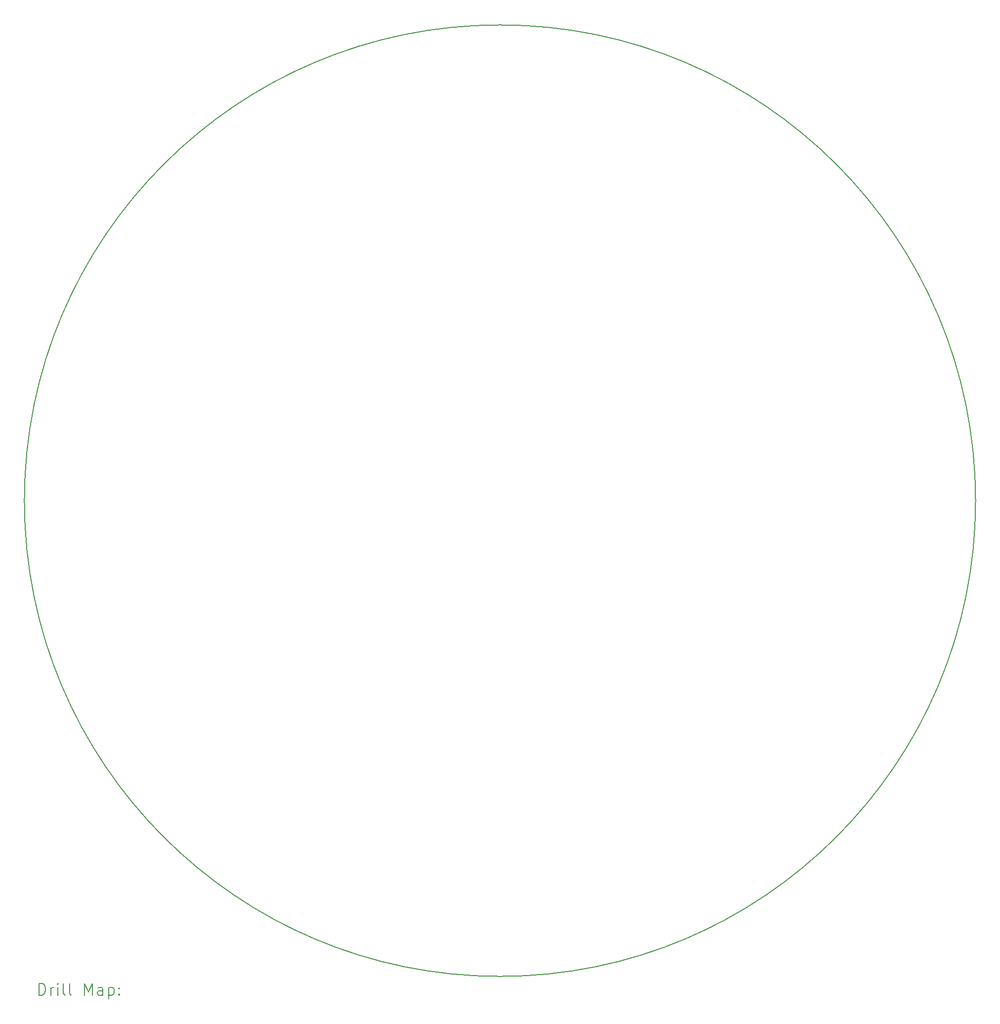
<source format=gbr>
%TF.GenerationSoftware,KiCad,Pcbnew,7.0.9-rc1*%
%TF.CreationDate,2023-11-05T19:21:23+02:00*%
%TF.ProjectId,projectA,70726f6a-6563-4744-912e-6b696361645f,rev?*%
%TF.SameCoordinates,PX5e5c173PY6474d3b*%
%TF.FileFunction,Drillmap*%
%TF.FilePolarity,Positive*%
%FSLAX45Y45*%
G04 Gerber Fmt 4.5, Leading zero omitted, Abs format (unit mm)*
G04 Created by KiCad (PCBNEW 7.0.9-rc1) date 2023-11-05 19:21:23*
%MOMM*%
%LPD*%
G01*
G04 APERTURE LIST*
%ADD10C,0.200000*%
G04 APERTURE END LIST*
D10*
X8150000Y0D02*
G75*
G03*
X8150000Y0I-8150000J0D01*
G01*
X-7899223Y-8471484D02*
X-7899223Y-8271484D01*
X-7899223Y-8271484D02*
X-7851604Y-8271484D01*
X-7851604Y-8271484D02*
X-7823033Y-8281008D01*
X-7823033Y-8281008D02*
X-7803985Y-8300055D01*
X-7803985Y-8300055D02*
X-7794461Y-8319103D01*
X-7794461Y-8319103D02*
X-7784937Y-8357198D01*
X-7784937Y-8357198D02*
X-7784937Y-8385769D01*
X-7784937Y-8385769D02*
X-7794461Y-8423865D01*
X-7794461Y-8423865D02*
X-7803985Y-8442912D01*
X-7803985Y-8442912D02*
X-7823033Y-8461960D01*
X-7823033Y-8461960D02*
X-7851604Y-8471484D01*
X-7851604Y-8471484D02*
X-7899223Y-8471484D01*
X-7699223Y-8471484D02*
X-7699223Y-8338150D01*
X-7699223Y-8376246D02*
X-7689699Y-8357198D01*
X-7689699Y-8357198D02*
X-7680176Y-8347674D01*
X-7680176Y-8347674D02*
X-7661128Y-8338150D01*
X-7661128Y-8338150D02*
X-7642080Y-8338150D01*
X-7575414Y-8471484D02*
X-7575414Y-8338150D01*
X-7575414Y-8271484D02*
X-7584937Y-8281008D01*
X-7584937Y-8281008D02*
X-7575414Y-8290531D01*
X-7575414Y-8290531D02*
X-7565890Y-8281008D01*
X-7565890Y-8281008D02*
X-7575414Y-8271484D01*
X-7575414Y-8271484D02*
X-7575414Y-8290531D01*
X-7451604Y-8471484D02*
X-7470652Y-8461960D01*
X-7470652Y-8461960D02*
X-7480176Y-8442912D01*
X-7480176Y-8442912D02*
X-7480176Y-8271484D01*
X-7346842Y-8471484D02*
X-7365890Y-8461960D01*
X-7365890Y-8461960D02*
X-7375414Y-8442912D01*
X-7375414Y-8442912D02*
X-7375414Y-8271484D01*
X-7118271Y-8471484D02*
X-7118271Y-8271484D01*
X-7118271Y-8271484D02*
X-7051604Y-8414341D01*
X-7051604Y-8414341D02*
X-6984937Y-8271484D01*
X-6984937Y-8271484D02*
X-6984937Y-8471484D01*
X-6803985Y-8471484D02*
X-6803985Y-8366722D01*
X-6803985Y-8366722D02*
X-6813509Y-8347674D01*
X-6813509Y-8347674D02*
X-6832556Y-8338150D01*
X-6832556Y-8338150D02*
X-6870652Y-8338150D01*
X-6870652Y-8338150D02*
X-6889699Y-8347674D01*
X-6803985Y-8461960D02*
X-6823033Y-8471484D01*
X-6823033Y-8471484D02*
X-6870652Y-8471484D01*
X-6870652Y-8471484D02*
X-6889699Y-8461960D01*
X-6889699Y-8461960D02*
X-6899223Y-8442912D01*
X-6899223Y-8442912D02*
X-6899223Y-8423865D01*
X-6899223Y-8423865D02*
X-6889699Y-8404817D01*
X-6889699Y-8404817D02*
X-6870652Y-8395293D01*
X-6870652Y-8395293D02*
X-6823033Y-8395293D01*
X-6823033Y-8395293D02*
X-6803985Y-8385769D01*
X-6708747Y-8338150D02*
X-6708747Y-8538150D01*
X-6708747Y-8347674D02*
X-6689699Y-8338150D01*
X-6689699Y-8338150D02*
X-6651604Y-8338150D01*
X-6651604Y-8338150D02*
X-6632556Y-8347674D01*
X-6632556Y-8347674D02*
X-6623033Y-8357198D01*
X-6623033Y-8357198D02*
X-6613509Y-8376246D01*
X-6613509Y-8376246D02*
X-6613509Y-8433389D01*
X-6613509Y-8433389D02*
X-6623033Y-8452436D01*
X-6623033Y-8452436D02*
X-6632556Y-8461960D01*
X-6632556Y-8461960D02*
X-6651604Y-8471484D01*
X-6651604Y-8471484D02*
X-6689699Y-8471484D01*
X-6689699Y-8471484D02*
X-6708747Y-8461960D01*
X-6527795Y-8452436D02*
X-6518271Y-8461960D01*
X-6518271Y-8461960D02*
X-6527795Y-8471484D01*
X-6527795Y-8471484D02*
X-6537318Y-8461960D01*
X-6537318Y-8461960D02*
X-6527795Y-8452436D01*
X-6527795Y-8452436D02*
X-6527795Y-8471484D01*
X-6527795Y-8347674D02*
X-6518271Y-8357198D01*
X-6518271Y-8357198D02*
X-6527795Y-8366722D01*
X-6527795Y-8366722D02*
X-6537318Y-8357198D01*
X-6537318Y-8357198D02*
X-6527795Y-8347674D01*
X-6527795Y-8347674D02*
X-6527795Y-8366722D01*
M02*

</source>
